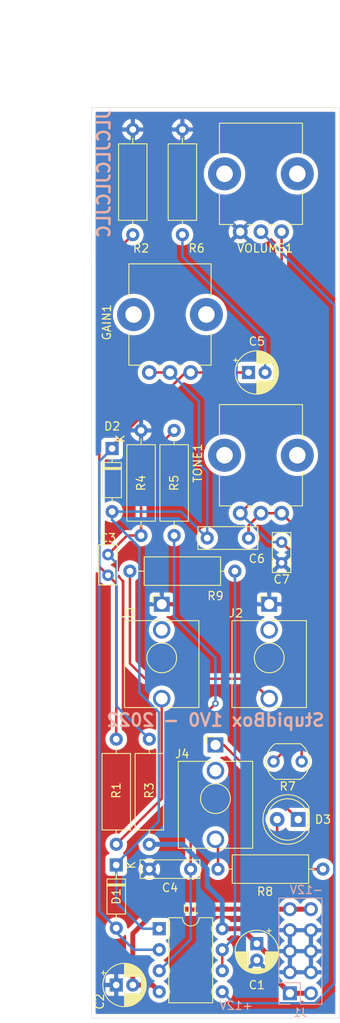
<source format=kicad_pcb>
(kicad_pcb (version 20211014) (generator pcbnew)
  (layers (0 "F.Cu" signal) (31 "B.Cu" signal) (34 "B.Paste" user) (35 "F.Paste" user) (36 "B.SilkS" user "B.Silkscreen") (37 "F.SilkS" user "F.Silkscreen") (38 "B.Mask" user) (39 "F.Mask" user) (44 "Edge.Cuts" user))
  (net 0 "")
  (net 1 "GND")
  (net 2 "+12V")
  (net 3 "-12V")
  (net 4 "Net-(C3-Pad2)")
  (net 5 "Net-(C3-Pad1)")
  (net 6 "Net-(C4-Pad1)")
  (net 7 "Net-(C5-Pad2)")
  (net 8 "Net-(C5-Pad1)")
  (net 9 "Net-(C6-Pad2)")
  (net 10 "Net-(C6-Pad1)")
  (net 11 "Net-(C7-Pad1)")
  (net 12 "Net-(D3-Pad2)")
  (net 13 "Net-(D3-Pad1)")
  (net 14 "OUTPUT")
  (net 16 "INPUT")
  (net 18 "Net-(J4-PadT)")
  (net 20 "Net-(R9-Pad1)")
  (net 21 "Net-(U1-Pad5)")
  (footprint "Capacitor_THT:CP_Radial_D5.0mm_P2.00mm" (layer "F.Cu") (at 50 132 -90)
    (fp_text reference "C1" (at 5 0 -180) (layer "F.SilkS"))
    (fp_text value "10µF")
    (pad "1" thru_hole rect locked (at 0 0 270) (size 1.6 1.6) (drill 0.8) (layers *.Cu *.Mask) (net 2 "+12V"))
    (pad "2" thru_hole circle locked (at 2 0 270) (size 1.6 1.6) (drill 0.8) (layers *.Cu *.Mask) (net 1 "GND"))
  )
  (footprint "Capacitor_THT:CP_Radial_D5.0mm_P2.00mm" (layer "F.Cu") (at 33 137)
    (fp_text reference "C2" (at -2 2 90) (layer "F.SilkS"))
    (fp_text value "10µF")
    (pad "1" thru_hole rect locked (at 0 0) (size 1.6 1.6) (drill 0.8) (layers *.Cu *.Mask) (net 1 "GND"))
    (pad "2" thru_hole circle locked (at 2 0) (size 1.6 1.6) (drill 0.8) (layers *.Cu *.Mask) (net 3 "-12V"))
  )
  (footprint "Capacitor_THT:C_Rect_L4.6mm_W2.0mm_P2.50mm_MKS02_FKP02" (layer "F.Cu") (at 32 85 -90)
    (fp_text reference "C3" (at -2 0 180) (layer "F.SilkS"))
    (fp_text value "22nF")
    (pad "1" thru_hole circle locked (at 0 0 270) (size 1.4 1.4) (drill 0.7) (layers *.Cu *.Mask) (net 5 "Net-(C3-Pad1)"))
    (pad "2" thru_hole circle locked (at 2.5 0 270) (size 1.4 1.4) (drill 0.7) (layers *.Cu *.Mask) (net 4 "Net-(C3-Pad2)"))
  )
  (footprint "Capacitor_THT:C_Rect_L7.0mm_W2.0mm_P5.00mm" (layer "F.Cu") (at 42 123 180)
    (fp_text reference "C4" (at 2.5 -2.25) (layer "F.SilkS"))
    (fp_text value "500pF")
    (pad "1" thru_hole circle locked (at 0 0 180) (size 1.6 1.6) (drill 0.8) (layers *.Cu *.Mask) (net 6 "Net-(C4-Pad1)"))
    (pad "2" thru_hole circle locked (at 5 0 180) (size 1.6 1.6) (drill 0.8) (layers *.Cu *.Mask) (net 1 "GND"))
  )
  (footprint "Capacitor_THT:CP_Radial_D5.0mm_P2.00mm" (layer "F.Cu") (at 49 63)
    (fp_text reference "C5" (at 1 -3.75) (layer "F.SilkS"))
    (fp_text value "2.2µF")
    (pad "1" thru_hole rect locked (at 0 0) (size 1.6 1.6) (drill 0.8) (layers *.Cu *.Mask) (net 8 "Net-(C5-Pad1)"))
    (pad "2" thru_hole circle locked (at 2 0) (size 1.6 1.6) (drill 0.8) (layers *.Cu *.Mask) (net 7 "Net-(C5-Pad2)"))
  )
  (footprint "Capacitor_THT:C_Rect_L7.0mm_W2.5mm_P5.00mm" (layer "F.Cu") (at 49 83 180)
    (fp_text reference "C6" (at -1 -2.5) (layer "F.SilkS"))
    (fp_text value "100nF")
    (pad "1" thru_hole circle locked (at 0 0 180) (size 1.6 1.6) (drill 0.8) (layers *.Cu *.Mask) (net 10 "Net-(C6-Pad1)"))
    (pad "2" thru_hole circle locked (at 5 0 180) (size 1.6 1.6) (drill 0.8) (layers *.Cu *.Mask) (net 9 "Net-(C6-Pad2)"))
  )
  (footprint "Capacitor_THT:C_Rect_L4.6mm_W2.0mm_P2.50mm_MKS02_FKP02" (layer "F.Cu") (at 53 83.5 -90)
    (fp_text reference "C7" (at 4.5 0 180) (layer "F.SilkS"))
    (fp_text value "22nF")
    (pad "1" thru_hole circle locked (at 0 0 270) (size 1.4 1.4) (drill 0.7) (layers *.Cu *.Mask) (net 11 "Net-(C7-Pad1)"))
    (pad "2" thru_hole circle locked (at 2.5 0 270) (size 1.4 1.4) (drill 0.7) (layers *.Cu *.Mask) (net 1 "GND"))
  )
  (footprint "Diode_THT:D_DO-35_SOD27_P7.62mm_Horizontal" (layer "F.Cu") (at 32.5 72.19 -90)
    (fp_text reference "D2" (at -2.69 0 -180) (layer "F.SilkS"))
    (fp_text value "1N914")
    (fp_text user "K" (at -1.19 -1 -270) (layer "F.SilkS"))
    (pad "1" thru_hole rect locked (at 0 0 270) (size 1.6 1.6) (drill 0.8) (layers *.Cu *.Mask) (net 8 "Net-(C5-Pad1)"))
    (pad "2" thru_hole oval locked (at 7.62 0 270) (size 1.6 1.6) (drill 0.8) (layers *.Cu *.Mask) (net 9 "Net-(C6-Pad2)"))
  )
  (footprint "LED_THT:LED_D5.0mm" (layer "F.Cu") (at 55 117 180)
    (fp_text reference "D3" (at -3 0) (layer "F.SilkS"))
    (fp_text value "LED")
    (pad "1" thru_hole rect locked (at 0 0 180) (size 1.8 1.8) (drill 0.9) (layers *.Cu *.Mask) (net 13 "Net-(D3-Pad1)"))
    (pad "2" thru_hole circle locked (at 2.54 0 180) (size 1.8 1.8) (drill 0.9) (layers *.Cu *.Mask) (net 12 "Net-(D3-Pad2)"))
  )
  (footprint "Connector_Audio:Jack_3.5mm_QingPu_WQP-PJ398SM_Vertical_CircularHoles" (layer "F.Cu") (at 38.5 91)
    (fp_text reference "J3" (at -4.03 1.08 180) (layer "F.SilkS"))
    (fp_text value "INPUT")
    (pad "S" thru_hole rect locked (at 0 0 180) (size 1.93 1.83) (drill 1.22) (layers *.Cu *.Mask) (net 1 "GND"))
    (pad "T" thru_hole circle locked (at 0 11.4 180) (size 2.13 2.13) (drill 1.43) (layers *.Cu *.Mask) (net 16 "INPUT"))
    (pad "TN" thru_hole circle locked (at 0 3.1 180) (size 2.13 2.13) (drill 1.42) (layers *.Cu *.Mask))
  )
  (footprint "Resistor_THT:R_Axial_DIN0309_L9.0mm_D3.2mm_P12.70mm_Horizontal" (layer "F.Cu") (at 33 120 90)
    (fp_text reference "R1" (at 6.5 0 270) (layer "F.SilkS"))
    (fp_text value "22k")
    (pad "1" thru_hole circle locked (at 0 0 90) (size 1.6 1.6) (drill 0.8) (layers *.Cu *.Mask) (net 16 "INPUT"))
    (pad "2" thru_hole oval locked (at 12.7 0 90) (size 1.6 1.6) (drill 0.8) (layers *.Cu *.Mask) (net 4 "Net-(C3-Pad2)"))
  )
  (footprint "Resistor_THT:R_Axial_DIN0309_L9.0mm_D3.2mm_P12.70mm_Horizontal" (layer "F.Cu") (at 37 120 90)
    (fp_text reference "R3" (at 6.5 0 270) (layer "F.SilkS"))
    (fp_text value "150k")
    (pad "1" thru_hole circle locked (at 0 0 90) (size 1.6 1.6) (drill 0.8) (layers *.Cu *.Mask) (net 2 "+12V"))
    (pad "2" thru_hole oval locked (at 12.7 0 90) (size 1.6 1.6) (drill 0.8) (layers *.Cu *.Mask) (net 5 "Net-(C3-Pad1)"))
  )
  (footprint "Resistor_THT:R_Axial_DIN0309_L9.0mm_D3.2mm_P12.70mm_Horizontal" (layer "F.Cu") (at 36 82.7 90)
    (fp_text reference "R4" (at 6.35 0 90) (layer "F.SilkS"))
    (fp_text value "100k")
    (pad "1" thru_hole circle locked (at 0 0 90) (size 1.6 1.6) (drill 0.8) (layers *.Cu *.Mask) (net 5 "Net-(C3-Pad1)"))
    (pad "2" thru_hole oval locked (at 12.7 0 90) (size 1.6 1.6) (drill 0.8) (layers *.Cu *.Mask) (net 1 "GND"))
  )
  (footprint "Resistor_THT:R_Axial_DIN0309_L9.0mm_D3.2mm_P12.70mm_Horizontal" (layer "F.Cu") (at 40 70 -90)
    (fp_text reference "R5" (at 6.35 0 90) (layer "F.SilkS"))
    (fp_text value "100k")
    (pad "1" thru_hole circle locked (at 0 0 270) (size 1.6 1.6) (drill 0.8) (layers *.Cu *.Mask) (net 5 "Net-(C3-Pad1)"))
    (pad "2" thru_hole oval locked (at 12.7 0 270) (size 1.6 1.6) (drill 0.8) (layers *.Cu *.Mask) (net 6 "Net-(C4-Pad1)"))
  )
  (footprint "OptoDevice:R_LDR_5.1x4.3mm_P3.4mm_Vertical" (layer "F.Cu") (at 55.425 110 180)
    (fp_text reference "R7" (at 1.7 -3) (layer "F.SilkS"))
    (fp_text value "R_PHOTO")
    (pad "1" thru_hole circle locked (at 0 0 180) (size 1.5 1.5) (drill 0.8) (layers *.Cu *.Mask) (net 10 "Net-(C6-Pad1)"))
    (pad "2" thru_hole circle locked (at 3.4 0 180) (size 1.5 1.5) (drill 0.8) (layers *.Cu *.Mask) (net 11 "Net-(C7-Pad1)"))
  )
  (footprint "Resistor_THT:R_Axial_DIN0309_L9.0mm_D3.2mm_P12.70mm_Horizontal" (layer "F.Cu") (at 58 123 180)
    (fp_text reference "R8" (at 7 -2.72) (layer "F.SilkS"))
    (fp_text value "2.2k")
    (pad "1" thru_hole circle locked (at 0 0 180) (size 1.6 1.6) (drill 0.8) (layers *.Cu *.Mask) (net 12 "Net-(D3-Pad2)"))
    (pad "2" thru_hole oval locked (at 12.7 0 180) (size 1.6 1.6) (drill 0.8) (layers *.Cu *.Mask) (net 18 "Net-(J4-PadT)"))
  )
  (footprint "Resistor_THT:R_Axial_DIN0309_L9.0mm_D3.2mm_P12.70mm_Horizontal" (layer "F.Cu") (at 47.35 87 180)
    (fp_text reference "R9" (at 2.35 -3 180) (layer "F.SilkS"))
    (fp_text value "1k")
    (pad "1" thru_hole circle locked (at 0 0 180) (size 1.6 1.6) (drill 0.8) (layers *.Cu *.Mask) (net 20 "Net-(R9-Pad1)"))
    (pad "2" thru_hole oval locked (at 12.7 0 180) (size 1.6 1.6) (drill 0.8) (layers *.Cu *.Mask) (net 14 "OUTPUT"))
  )
  (footprint "Package_DIP:DIP-8_W7.62mm" (layer "F.Cu") (at 38.2 130.2)
    (fp_text reference "U1" (at 3.81 -2.33) (layer "F.SilkS"))
    (fp_text value "TL072")
    (pad "1" thru_hole rect locked (at 0 0) (size 1.6 1.6) (drill 0.8) (layers *.Cu *.Mask) (net 9 "Net-(C6-Pad2)"))
    (pad "2" thru_hole oval locked (at 0 2.54) (size 1.6 1.6) (drill 0.8) (layers *.Cu *.Mask) (net 8 "Net-(C5-Pad1)"))
    (pad "3" thru_hole oval locked (at 0 5.08) (size 1.6 1.6) (drill 0.8) (layers *.Cu *.Mask) (net 6 "Net-(C4-Pad1)"))
    (pad "4" thru_hole oval locked (at 0 7.62) (size 1.6 1.6) (drill 0.8) (layers *.Cu *.Mask) (net 3 "-12V"))
    (pad "5" thru_hole oval locked (at 7.62 7.62) (size 1.6 1.6) (drill 0.8) (layers *.Cu *.Mask) (net 21 "Net-(U1-Pad5)"))
    (pad "6" thru_hole oval locked (at 7.62 5.08) (size 1.6 1.6) (drill 0.8) (layers *.Cu *.Mask) (net 20 "Net-(R9-Pad1)"))
    (pad "7" thru_hole oval locked (at 7.62 2.54) (size 1.6 1.6) (drill 0.8) (layers *.Cu *.Mask) (net 20 "Net-(R9-Pad1)"))
    (pad "8" thru_hole oval locked (at 7.62 0) (size 1.6 1.6) (drill 0.8) (layers *.Cu *.Mask) (net 2 "+12V"))
  )
  (footprint "Potentiometer_THT:Potentiometer_Alps_RK09K_Single_Vertical" (layer "F.Cu") (at 53 46 90)
    (fp_text reference "VOLUME1" (at -2 -2 180) (layer "F.SilkS"))
    (fp_text value "50k")
    (pad "" np_thru_hole circle locked (at 7 -6.9 90) (size 4 4) (drill 2) (layers *.Cu *.Mask))
    (pad "" np_thru_hole circle locked (at 7 1.9 90) (size 4 4) (drill 2) (layers *.Cu *.Mask))
    (pad "1" thru_hole circle locked (at 0 0 90) (size 1.8 1.8) (drill 1) (layers *.Cu *.Mask) (net 11 "Net-(C7-Pad1)"))
    (pad "2" thru_hole circle locked (at 0 -2.5 90) (size 1.8 1.8) (drill 1) (layers *.Cu *.Mask) (net 21 "Net-(U1-Pad5)"))
    (pad "3" thru_hole circle locked (at 0 -5 90) (size 1.8 1.8) (drill 1) (layers *.Cu *.Mask) (net 1 "GND"))
  )
  (footprint "Potentiometer_THT:Potentiometer_Bourns_PTV09A-1_Single_Vertical" (layer "F.Cu") (at 42 63 90)
    (fp_text reference "GAIN1" (at 6.05 -10.15 90) (layer "F.SilkS"))
    (fp_text value "100k")
    (pad "" np_thru_hole circle locked (at 7 1.9 90) (size 4 4) (drill 2) (layers *.Cu *.Mask))
    (pad "" np_thru_hole circle locked (at 7 -6.9 90) (size 4 4) (drill 2) (layers *.Cu *.Mask))
    (pad "1" thru_hole circle locked (at 0 0 90) (size 1.8 1.8) (drill 1) (layers *.Cu *.Mask) (net 8 "Net-(C5-Pad1)"))
    (pad "2" thru_hole circle locked (at 0 -2.5 90) (size 1.8 1.8) (drill 1) (layers *.Cu *.Mask) (net 9 "Net-(C6-Pad2)"))
    (pad "3" thru_hole circle locked (at 0 -5 90) (size 1.8 1.8) (drill 1) (layers *.Cu *.Mask) (net 9 "Net-(C6-Pad2)"))
  )
  (footprint "Potentiometer_THT:Potentiometer_Alps_RK09K_Single_Vertical" (layer "F.Cu") (at 53 80 90)
    (fp_text reference "TONE1" (at 6.05 -10.15 90) (layer "F.SilkS"))
    (fp_text value "10k")
    (pad "" np_thru_hole circle locked (at 7 -6.9 90) (size 4 4) (drill 2) (layers *.Cu *.Mask))
    (pad "" np_thru_hole circle locked (at 7 1.9 90) (size 4 4) (drill 2) (layers *.Cu *.Mask))
    (pad "1" thru_hole circle locked (at 0 0 90) (size 1.8 1.8) (drill 1) (layers *.Cu *.Mask) (net 10 "Net-(C6-Pad1)"))
    (pad "2" thru_hole circle locked (at 0 -2.5 90) (size 1.8 1.8) (drill 1) (layers *.Cu *.Mask) (net 10 "Net-(C6-Pad1)"))
    (pad "3" thru_hole circle locked (at 0 -5 90) (size 1.8 1.8) (drill 1) (layers *.Cu *.Mask) (net 11 "Net-(C7-Pad1)"))
  )
  (footprint "Resistor_THT:R_Axial_DIN0309_L9.0mm_D3.2mm_P12.70mm_Horizontal" (layer "F.Cu") (at 35 46.35 90)
    (fp_text reference "R2" (at -1.65 1 180) (layer "F.SilkS"))
    (fp_text value "2.2k")
    (pad "1" thru_hole circle locked (at 0 0 90) (size 1.6 1.6) (drill 0.8) (layers *.Cu *.Mask) (net 4 "Net-(C3-Pad2)"))
    (pad "2" thru_hole oval locked (at 12.7 0 90) (size 1.6 1.6) (drill 0.8) (layers *.Cu *.Mask) (net 1 "GND"))
  )
  (footprint "Resistor_THT:R_Axial_DIN0309_L9.0mm_D3.2mm_P12.70mm_Horizontal" (layer "F.Cu") (at 41 46.35 90)
    (fp_text reference "R6" (at -1.65 1.72 180) (layer "F.SilkS"))
    (fp_text value "470")
    (pad "1" thru_hole circle locked (at 0 0 90) (size 1.6 1.6) (drill 0.8) (layers *.Cu *.Mask) (net 7 "Net-(C5-Pad2)"))
    (pad "2" thru_hole oval locked (at 12.7 0 90) (size 1.6 1.6) (drill 0.8) (layers *.Cu *.Mask) (net 1 "GND"))
  )
  (footprint "Diode_THT:D_DO-35_SOD27_P7.62mm_Horizontal" (layer "F.Cu") (at 33 122.5 -90)
    (fp_text reference "D1" (at 3.81 0 90) (layer "F.SilkS"))
    (fp_text value "1N914")
    (fp_text user "K" (at 0 -1.8 90) (layer "F.SilkS"))
    (pad "1" thru_hole rect locked (at 0 0 270) (size 1.6 1.6) (drill 0.8) (layers *.Cu *.Mask) (net 9 "Net-(C6-Pad2)"))
    (pad "2" thru_hole oval locked (at 7.62 0 270) (size 1.6 1.6) (drill 0.8) (layers *.Cu *.Mask) (net 8 "Net-(C5-Pad1)"))
  )
  (footprint "Connector_Audio:Jack_3.5mm_QingPu_WQP-PJ398SM_Vertical_CircularHoles" (layer "F.Cu") (at 45 108)
    (fp_text reference "J4" (at -4.03 1.08 180) (layer "F.SilkS"))
    (fp_text value "CV TONE")
    (pad "S" thru_hole rect locked (at 0 0 180) (size 1.93 1.83) (drill 1.22) (layers *.Cu *.Mask) (net 13 "Net-(D3-Pad1)"))
    (pad "T" thru_hole circle locked (at 0 11.4 180) (size 2.13 2.13) (drill 1.43) (layers *.Cu *.Mask) (net 18 "Net-(J4-PadT)"))
    (pad "TN" thru_hole circle locked (at 0 3.1 180) (size 2.13 2.13) (drill 1.42) (layers *.Cu *.Mask))
  )
  (footprint "Connector_Audio:Jack_3.5mm_QingPu_WQP-PJ398SM_Vertical_CircularHoles" (layer "F.Cu") (at 51.5 91)
    (fp_text reference "J2" (at -4.03 1.08 180) (layer "F.SilkS"))
    (fp_text value "OUTPUT")
    (pad "S" thru_hole rect locked (at 0 0 180) (size 1.93 1.83) (drill 1.22) (layers *.Cu *.Mask) (net 1 "GND"))
    (pad "T" thru_hole circle locked (at 0 11.4 180) (size 2.13 2.13) (drill 1.43) (layers *.Cu *.Mask) (net 14 "OUTPUT"))
    (pad "TN" thru_hole circle locked (at 0 3.1 180) (size 2.13 2.13) (drill 1.42) (layers *.Cu *.Mask))
  )
  (footprint "Connector_PinHeader_2.54mm:PinHeader_2x05_P2.54mm_Vertical" (layer "B.Cu") (at 54 138)
    (fp_text reference "J1" (at 1.27 2.33 180) (layer "B.SilkS") (effects (justify mirror)))
    (fp_text value "POWER")
    (pad "1" thru_hole rect locked (at 0 0) (size 1.7 1.7) (drill 1) (layers *.Cu *.Mask) (net 2 "+12V"))
    (pad "2" thru_hole oval locked (at 2.54 0) (size 1.7 1.7) (drill 1) (layers *.Cu *.Mask) (net 2 "+12V"))
    (pad "3" thru_hole oval locked (at 0 -2.54) (size 1.7 1.7) (drill 1) (layers *.Cu *.Mask) (net 1 "GND"))
    (pad "4" thru_hole oval locked (at 2.54 -2.54) (size 1.7 1.7) (drill 1) (layers *.Cu *.Mask) (net 1 "GND"))
    (pad "5" thru_hole oval locked (at 0 -5.08) (size 1.7 1.7) (drill 1) (layers *.Cu *.Mask) (net 1 "GND"))
    (pad "6" thru_hole oval locked (at 2.54 -5.08) (size 1.7 1.7) (drill 1) (layers *.Cu *.Mask) (net 1 "GND"))
    (pad "7" thru_hole oval locked (at 0 -7.62) (size 1.7 1.7) (drill 1) (layers *.Cu *.Mask) (net 1 "GND"))
    (pad "8" thru_hole oval locked (at 2.54 -7.62) (size 1.7 1.7) (drill 1) (layers *.Cu *.Mask) (net 1 "GND"))
    (pad "9" thru_hole oval locked (at 0 -10.16) (size 1.7 1.7) (drill 1) (layers *.Cu *.Mask) (net 3 "-12V"))
    (pad "10" thru_hole oval locked (at 2.54 -10.16) (size 1.7 1.7) (drill 1) (layers *.Cu *.Mask) (net 3 "-12V"))
  )
  (gr_line (start 60 31) (end 60.000001 141) (layer "Edge.Cuts") (width 0.05))
  (gr_line (start 30 31) (end 30 141) (layer "Edge.Cuts") (width 0.05))
  (gr_line (start 30 31) (end 60 31) (layer "Edge.Cuts") (width 0.05))
  (gr_line (start 30 141) (end 60 141) (layer "Edge.Cuts") (width 0.05))
  (gr_text "StupidBox 1V0 - 2022" (at 45 105) (layer "B.SilkS") (effects (font (size 1.5 1.5) (thickness 0.3)) (justify mirror)))
  (gr_text "+12V" (at 47.5 139.5) (layer "B.SilkS") (effects (font (size 1 1)) (justify mirror)))
  (gr_text "JLCJLCJLCJLC" (at 31.5 39 90) (layer "B.SilkS") (effects (font (size 1.5 1.5) (thickness 0.3)) (justify mirror)))
  (gr_text "-12V" (at 56 125.5) (layer "B.SilkS") (effects (font (size 1 1)) (justify mirror)))
  (segment (start 45.82 130.2) (end 48.2 130.2) (width 0.6) (layer "F.Cu") (net 2))
  (segment (start 48.2 130.2) (end 50 132) (width 0.6) (layer "F.Cu") (net 2))
  (segment (start 56.54 138) (end 54 138) (width 0.6) (layer "F.Cu") (net 2))
  (segment (start 51.299511 135.299511) (end 51.299511 133.299511) (width 0.6) (layer "F.Cu") (net 2))
  (segment (start 54 138) (end 51.299511 135.299511) (width 0.6) (layer "F.Cu") (net 2))
  (segment (start 51.299511 133.299511) (end 50 132) (width 0.6) (layer "F.Cu") (net 2))
  (segment (start 45.82 130.2) (end 45.82 126.82) (width 0.6) (layer "B.Cu") (net 2))
  (segment (start 41 120) (end 37 120) (width 0.6) (layer "B.Cu") (net 2))
  (segment (start 44.000489 125.000489) (end 44.000489 123.000489) (width 0.6) (layer "B.Cu") (net 2))
  (segment (start 45.82 126.82) (end 44.000489 125.000489) (width 0.6) (layer "B.Cu") (net 2))
  (segment (start 44.000489 123.000489) (end 41 120) (width 0.6) (layer "B.Cu") (net 2))
  (segment (start 54 127.84) (end 37.960978 127.84) (width 0.6) (layer "F.Cu") (net 3))
  (segment (start 35 130.800978) (end 35 137) (width 0.6) (layer "F.Cu") (net 3))
  (segment (start 35 137) (end 37.38 137) (width 0.6) (layer "F.Cu") (net 3))
  (segment (start 56.54 127.84) (end 54 127.84) (width 0.6) (layer "F.Cu") (net 3))
  (segment (start 37.960978 127.84) (end 35 130.800978) (width 0.6) (layer "F.Cu") (net 3))
  (segment (start 37.38 137) (end 38.2 137.82) (width 0.6) (layer "F.Cu") (net 3))
  (segment (start 33 107.3) (end 33 88.5) (width 0.3) (layer "F.Cu") (net 4))
  (segment (start 30.950489 50.399511) (end 35 46.35) (width 0.3) (layer "F.Cu") (net 4))
  (segment (start 32 87.5) (end 30.950489 86.450489) (width 0.3) (layer "F.Cu") (net 4))
  (segment (start 33 88.5) (end 32 87.5) (width 0.3) (layer "F.Cu") (net 4))
  (segment (start 30.950489 86.450489) (end 30.950489 50.399511) (width 0.3) (layer "F.Cu") (net 4))
  (segment (start 34.3 82.7) (end 32 85) (width 0.3) (layer "F.Cu") (net 5))
  (segment (start 36 74) (end 40 70) (width 0.3) (layer "F.Cu") (net 5))
  (segment (start 36 82.7) (end 34.3 82.7) (width 0.3) (layer "F.Cu") (net 5))
  (segment (start 36 82.7) (end 36 74) (width 0.3) (layer "F.Cu") (net 5))
  (segment (start 33.049511 86.049511) (end 33.049511 103.349511) (width 0.3) (layer "B.Cu") (net 5))
  (segment (start 32 85) (end 33.049511 86.049511) (width 0.3) (layer "B.Cu") (net 5))
  (segment (start 33.049511 103.349511) (end 37 107.3) (width 0.3) (layer "B.Cu") (net 5))
  (segment (start 42 106) (end 42 123) (width 0.3) (layer "F.Cu") (net 6))
  (segment (start 45 103) (end 42 106) (width 0.3) (layer "F.Cu") (net 6))
  (via (at 45 103) (size 0.8) (drill 0.4) (layers "F.Cu" "B.Cu") (net 6))
  (segment (start 45 97.5) (end 45 103) (width 0.3) (layer "B.Cu") (net 6))
  (segment (start 40 82.7) (end 40 92.5) (width 0.3) (layer "B.Cu") (net 6))
  (segment (start 42 131.48) (end 38.2 135.28) (width 0.3) (layer "B.Cu") (net 6))
  (segment (start 42 123) (end 42 131.48) (width 0.3) (layer "B.Cu") (net 6))
  (segment (start 40 92.5) (end 45 97.5) (width 0.3) (layer "B.Cu") (net 6))
  (segment (start 51 59) (end 41 49) (width 0.3) (layer "B.Cu") (net 7))
  (segment (start 41 49) (end 41 46.35) (width 0.3) (layer "B.Cu") (net 7))
  (segment (start 51 63) (end 51 59) (width 0.3) (layer "B.Cu") (net 7))
  (segment (start 32.5 71.874345) (end 32.5 72.19) (width 0.3) (layer "F.Cu") (net 8))
  (segment (start 41.374345 63) (end 32.5 71.874345) (width 0.3) (layer "F.Cu") (net 8))
  (segment (start 49 63) (end 42 63) (width 0.3) (layer "F.Cu") (net 8))
  (segment (start 42 63) (end 41.374345 63) (width 0.3) (layer "F.Cu") (net 8))
  (segment (start 35.12 132.74) (end 33 130.62) (width 0.3) (layer "B.Cu") (net 8))
  (segment (start 38.2 132.74) (end 35.12 132.74) (width 0.3) (layer "B.Cu") (net 8))
  (segment (start 30.950489 128.070489) (end 33 130.12) (width 0.3) (layer "B.Cu") (net 8))
  (segment (start 30.950489 73.739511) (end 30.950489 128.070489) (width 0.3) (layer "B.Cu") (net 8))
  (segment (start 32.5 72.19) (end 30.950489 73.739511) (width 0.3) (layer "B.Cu") (net 8))
  (segment (start 33 130.62) (end 33 130.12) (width 0.3) (layer "B.Cu") (net 8))
  (segment (start 39.5 63) (end 37 63) (width 0.3) (layer "F.Cu") (net 9))
  (segment (start 38.2 130.2) (end 36.2 130.2) (width 0.3) (layer "B.Cu") (net 9))
  (segment (start 35.799511 84.125166) (end 32.5 80.825655) (width 0.3) (layer "B.Cu") (net 9))
  (segment (start 33 127) (end 33 122.5) (width 0.3) (layer "B.Cu") (net 9))
  (segment (start 40.81 79.81) (end 32.5 79.81) (width 0.3) (layer "B.Cu") (net 9))
  (segment (start 44 75) (end 43 74) (width 0.3) (layer "B.Cu") (net 9))
  (segment (start 39.5 63) (end 43 66.5) (width 0.3) (layer "B.Cu") (net 9))
  (segment (start 33 122.374345) (end 38.149511 117.224834) (width 0.3) (layer "B.Cu") (net 9))
  (segment (start 43 74) (end 43 66.5) (width 0.3) (layer "B.Cu") (net 9))
  (segment (start 44 83) (end 40.81 79.81) (width 0.3) (layer "B.Cu") (net 9))
  (segment (start 44 83) (end 44 75) (width 0.3) (layer "B.Cu") (net 9))
  (segment (start 38.149511 117.224834) (end 38.149511 104.049933) (width 0.3) (layer "B.Cu") (net 9))
  (segment (start 32.5 80.825655) (end 32.5 79.81) (width 0.3) (layer "B.Cu") (net 9))
  (segment (start 33 122.5) (end 33 122.374345) (width 0.3) (layer "B.Cu") (net 9))
  (segment (start 36.2 130.2) (end 33 127) (width 0.3) (layer "B.Cu") (net 9))
  (segment (start 35.799511 101.699933) (end 35.799511 84.125166) (width 0.3) (layer "B.Cu") (net 9))
  (segment (start 38.149511 104.049933) (end 35.799511 101.699933) (width 0.3) (layer "B.Cu") (net 9))
  (segment (start 50.5 80) (end 53 80) (width 0.3) (layer "F.Cu") (net 10))
  (segment (start 49 81.5) (end 50.5 80) (width 0.3) (layer "F.Cu") (net 10))
  (segment (start 55.425 82.425) (end 53 80) (width 0.3) (layer "F.Cu") (net 10))
  (segment (start 49 83) (end 49 81.5) (width 0.3) (layer "F.Cu") (net 10))
  (segment (start 55.425 110) (end 55.425 82.425) (width 0.3) (layer "F.Cu") (net 10))
  (segment (start 52 69) (end 53 68) (width 0.3) (layer "F.Cu") (net 11))
  (segment (start 54.92548 85.42548) (end 53 83.5) (width 0.3) (layer "F.Cu") (net 11))
  (segment (start 54.92548 107.09952) (end 54.92548 85.42548) (width 0.3) (layer "F.Cu") (net 11))
  (segment (start 53 68) (end 53 46) (width 0.3) (layer "F.Cu") (net 11))
  (segment (start 52 76) (end 52 69) (width 0.3) (layer "F.Cu") (net 11))
  (segment (start 52.025 110) (end 54.92548 107.09952) (width 0.3) (layer "F.Cu") (net 11))
  (segment (start 48 80) (end 52 76) (width 0.3) (layer "F.Cu") (net 11))
  (segment (start 51.5 83.5) (end 48 80) (width 0.3) (layer "B.Cu") (net 11))
  (segment (start 53 83.5) (end 51.5 83.5) (width 0.3) (layer "B.Cu") (net 11))
  (segment (start 54 123) (end 58 123) (width 0.3) (layer "F.Cu") (net 12))
  (segment (start 52.46 117) (end 52.46 121.46) (width 0.3) (layer "F.Cu") (net 12))
  (segment (start 52.46 121.46) (end 54 123) (width 0.3) (layer "F.Cu") (net 12))
  (segment (start 46 108) (end 45 108) (width 0.3) (layer "F.Cu") (net 13))
  (segment (start 55 117) (end 46 108) (width 0.3) (layer "F.Cu") (net 13))
  (segment (start 51.5 102.4) (end 49.1 100) (width 0.3) (layer "F.Cu") (net 14))
  (segment (start 36.5 100) (end 34.65 98.15) (width 0.3) (layer "F.Cu") (net 14))
  (segment (start 34.65 98.15) (end 34.65 87) (width 0.3) (layer "F.Cu") (net 14))
  (segment (start 49.1 100) (end 36.5 100) (width 0.3) (layer "F.Cu") (net 14))
  (segment (start 33 120) (end 38.5 114.5) (width 0.3) (layer "F.Cu") (net 16))
  (segment (start 38.5 114.5) (end 38.5 102.4) (width 0.3) (layer "F.Cu") (net 16))
  (segment (start 45.3 119.7) (end 45 119.4) (width 0.3) (layer "F.Cu") (net 18))
  (segment (start 45.3 123) (end 45.3 119.7) (width 0.3) (layer "F.Cu") (net 18))
  (segment (start 45.82 132.74) (end 45.82 135.28) (width 0.3) (layer "F.Cu") (net 20))
  (segment (start 47.35 131.21) (end 47.35 87) (width 0.3) (layer "B.Cu") (net 20))
  (segment (start 45.82 132.74) (end 47.35 131.21) (width 0.3) (layer "B.Cu") (net 20))
  (segment (start 59.374345 136.862021) (end 57.036855 139.199511) (width 0.3) (layer "B.Cu") (net 21))
  (segment (start 59.374345 54.874345) (end 59.374345 136.862021) (width 0.3) (layer "B.Cu") (net 21))
  (segment (start 47.199511 139.199511) (end 45.82 137.82) (width 0.3) (layer "B.Cu") (net 21))
  (segment (start 50.5 46) (end 59.374345 54.874345) (width 0.3) (layer "B.Cu") (net 21))
  (segment (start 57.036855 139.199511) (end 47.199511 139.199511) (width 0.3) (layer "B.Cu") (net 21))
  (zone (net 1) (net_name "GND") (layer "F.Cu") (connect_pads (clearance 0.508)) (min_thickness 0.254) (fill yes (thermal_gap 0.508) (thermal_bridge_width 0.508))
    (polygon (pts (xy 60 31) (xy 60 141) (xy 30 141) (xy 30 31)))
  )
  (zone (net 1) (net_name "GND") (layer "B.Cu") (connect_pads (clearance 0.508)) (min_thickness 0.254) (fill yes (thermal_gap 0.508) (thermal_bridge_width 0.508))
    (polygon (pts (xy 60 141) (xy 30 141) (xy 30 31) (xy 60 31)))
  )
)
</source>
